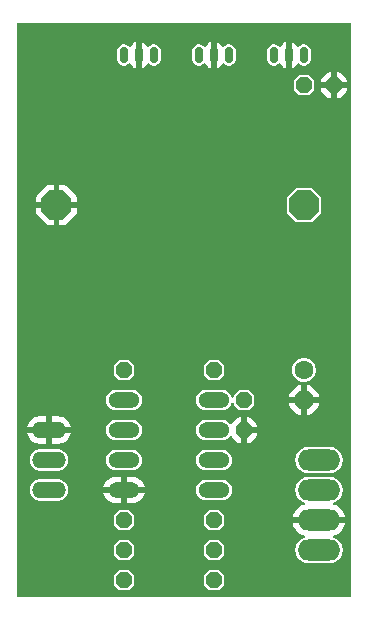
<source format=gbr>
%TF.GenerationSoftware,KiCad,Pcbnew,8.0.6*%
%TF.CreationDate,2025-06-26T12:50:08+02:00*%
%TF.ProjectId,PCF8583 1v3,50434638-3538-4332-9031-76332e6b6963,rev?*%
%TF.SameCoordinates,Original*%
%TF.FileFunction,Copper,L2,Bot*%
%TF.FilePolarity,Positive*%
%FSLAX46Y46*%
G04 Gerber Fmt 4.6, Leading zero omitted, Abs format (unit mm)*
G04 Created by KiCad (PCBNEW 8.0.6) date 2025-06-26 12:50:08*
%MOMM*%
%LPD*%
G01*
G04 APERTURE LIST*
G04 Aperture macros list*
%AMOutline5P*
0 Free polygon, 5 corners , with rotation*
0 The origin of the aperture is its center*
0 number of corners: always 5*
0 $1 to $10 corner X, Y*
0 $11 Rotation angle, in degrees counterclockwise*
0 create outline with 5 corners*
4,1,5,$1,$2,$3,$4,$5,$6,$7,$8,$9,$10,$1,$2,$11*%
%AMOutline6P*
0 Free polygon, 6 corners , with rotation*
0 The origin of the aperture is its center*
0 number of corners: always 6*
0 $1 to $12 corner X, Y*
0 $13 Rotation angle, in degrees counterclockwise*
0 create outline with 6 corners*
4,1,6,$1,$2,$3,$4,$5,$6,$7,$8,$9,$10,$11,$12,$1,$2,$13*%
%AMOutline7P*
0 Free polygon, 7 corners , with rotation*
0 The origin of the aperture is its center*
0 number of corners: always 7*
0 $1 to $14 corner X, Y*
0 $15 Rotation angle, in degrees counterclockwise*
0 create outline with 7 corners*
4,1,7,$1,$2,$3,$4,$5,$6,$7,$8,$9,$10,$11,$12,$13,$14,$1,$2,$15*%
%AMOutline8P*
0 Free polygon, 8 corners , with rotation*
0 The origin of the aperture is its center*
0 number of corners: always 8*
0 $1 to $16 corner X, Y*
0 $17 Rotation angle, in degrees counterclockwise*
0 create outline with 8 corners*
4,1,8,$1,$2,$3,$4,$5,$6,$7,$8,$9,$10,$11,$12,$13,$14,$15,$16,$1,$2,$17*%
G04 Aperture macros list end*
%TA.AperFunction,ComponentPad*%
%ADD10O,2.641600X1.320800*%
%TD*%
%TA.AperFunction,ComponentPad*%
%ADD11Outline8P,-0.660400X0.273547X-0.273547X0.660400X0.273547X0.660400X0.660400X0.273547X0.660400X-0.273547X0.273547X-0.660400X-0.273547X-0.660400X-0.660400X-0.273547X0.000000*%
%TD*%
%TA.AperFunction,ComponentPad*%
%ADD12C,1.600200*%
%TD*%
%TA.AperFunction,ComponentPad*%
%ADD13Outline8P,-0.800100X0.331412X-0.331412X0.800100X0.331412X0.800100X0.800100X0.331412X0.800100X-0.331412X0.331412X-0.800100X-0.331412X-0.800100X-0.800100X-0.331412X270.000000*%
%TD*%
%TA.AperFunction,ComponentPad*%
%ADD14Outline8P,-0.660400X0.273547X-0.273547X0.660400X0.273547X0.660400X0.660400X0.273547X0.660400X-0.273547X0.273547X-0.660400X-0.273547X-0.660400X-0.660400X-0.273547X180.000000*%
%TD*%
%TA.AperFunction,ComponentPad*%
%ADD15Outline8P,-0.660400X0.273547X-0.273547X0.660400X0.273547X0.660400X0.660400X0.273547X0.660400X-0.273547X0.273547X-0.660400X-0.273547X-0.660400X-0.660400X-0.273547X270.000000*%
%TD*%
%TA.AperFunction,ComponentPad*%
%ADD16O,0.700000X1.400000*%
%TD*%
%TA.AperFunction,ComponentPad*%
%ADD17O,2.844800X1.422400*%
%TD*%
%TA.AperFunction,ComponentPad*%
%ADD18Outline8P,-1.270000X0.526051X-0.526051X1.270000X0.526051X1.270000X1.270000X0.526051X1.270000X-0.526051X0.526051X-1.270000X-0.526051X-1.270000X-1.270000X-0.526051X0.000000*%
%TD*%
%TA.AperFunction,ComponentPad*%
%ADD19O,3.600000X1.800000*%
%TD*%
G04 APERTURE END LIST*
D10*
%TO.P,IC1,8*%
%TO.N,VDD*%
X151206100Y-112618600D03*
%TO.P,IC1,7*%
%TO.N,N/C*%
X151206100Y-115158600D03*
%TO.P,IC1,6*%
%TO.N,SCL*%
X151206100Y-117698600D03*
%TO.P,IC1,5*%
%TO.N,SDA*%
X151206100Y-120238600D03*
%TO.P,IC1,4*%
%TO.N,GND*%
X143586100Y-120238600D03*
%TO.P,IC1,3*%
%TO.N,N$2*%
X143586100Y-117698600D03*
%TO.P,IC1,2*%
%TO.N,N/C*%
X143586100Y-115158600D03*
%TO.P,IC1,1*%
%TO.N,CNT*%
X143586100Y-112618600D03*
%TD*%
D11*
%TO.P,R1,2*%
%TO.N,VDD*%
X151206100Y-110078600D03*
%TO.P,R1,1*%
%TO.N,CNT*%
X143586100Y-110078600D03*
%TD*%
D12*
%TO.P,C1,+*%
%TO.N,VDD*%
X158826100Y-110078600D03*
D13*
%TO.P,C1,-*%
%TO.N,GND*%
X158826100Y-112618600D03*
%TD*%
D14*
%TO.P,R2,2*%
%TO.N,VDD*%
X143586100Y-125318600D03*
%TO.P,R2,1*%
%TO.N,SCL*%
X151206100Y-125318600D03*
%TD*%
%TO.P,R5,2*%
%TO.N,VDD*%
X143586100Y-122778600D03*
%TO.P,R5,1*%
%TO.N,SDA*%
X151206100Y-122778600D03*
%TD*%
D15*
%TO.P,C5,2*%
%TO.N,GND*%
X153746100Y-115158600D03*
%TO.P,C5,1*%
%TO.N,VDD*%
X153746100Y-112618600D03*
%TD*%
D16*
%TO.P,IC2,3*%
%TO.N,CNT*%
X143586100Y-83408600D03*
%TO.P,IC2,2*%
%TO.N,GND*%
X144856100Y-83408600D03*
%TO.P,IC2,1*%
%TO.N,VDD*%
X146126100Y-83408600D03*
%TD*%
D17*
%TO.P,J2,3*%
%TO.N,VDD*%
X137236100Y-120238600D03*
%TO.P,J2,2*%
%TO.N,N$2*%
X137236100Y-117698600D03*
%TO.P,J2,1*%
%TO.N,GND*%
X137236100Y-115158600D03*
%TD*%
D18*
%TO.P,VDD0,1*%
%TO.N,VDD*%
X158826100Y-96108600D03*
%TD*%
%TO.P,GND0,1*%
%TO.N,GND*%
X137871100Y-96108600D03*
%TD*%
D19*
%TO.P,X2,4*%
%TO.N,N$1*%
X160096100Y-125318600D03*
%TO.P,X2,3*%
%TO.N,GND*%
X160096100Y-122778600D03*
%TO.P,X2,2*%
%TO.N,SDA*%
X160096100Y-120238600D03*
%TO.P,X2,1*%
%TO.N,SCL*%
X160096100Y-117698600D03*
%TD*%
D11*
%TO.P,R3,2*%
%TO.N,N$1*%
X151206100Y-127858600D03*
%TO.P,R3,1*%
%TO.N,VDD*%
X143586100Y-127858600D03*
%TD*%
D16*
%TO.P,IC3,3*%
%TO.N,CNT*%
X149936100Y-83408600D03*
%TO.P,IC3,2*%
%TO.N,GND*%
X151206100Y-83408600D03*
%TO.P,IC3,1*%
%TO.N,VDD*%
X152476100Y-83408600D03*
%TD*%
%TO.P,IC4,3*%
%TO.N,CNT*%
X156286100Y-83408600D03*
%TO.P,IC4,2*%
%TO.N,GND*%
X157556100Y-83408600D03*
%TO.P,IC4,1*%
%TO.N,VDD*%
X158826100Y-83408600D03*
%TD*%
D11*
%TO.P,C2,2*%
%TO.N,GND*%
X161366100Y-85948600D03*
%TO.P,C2,1*%
%TO.N,VDD*%
X158826100Y-85948600D03*
%TD*%
%TA.AperFunction,Conductor*%
%TO.N,GND*%
G36*
X162797831Y-80684613D02*
G01*
X162834376Y-80734913D01*
X162839300Y-80766000D01*
X162839300Y-129231200D01*
X162820087Y-129290331D01*
X162769787Y-129326876D01*
X162738700Y-129331800D01*
X134593500Y-129331800D01*
X134534369Y-129312587D01*
X134497824Y-129262287D01*
X134492900Y-129231200D01*
X134492900Y-127564988D01*
X142721999Y-127564988D01*
X142721999Y-128152215D01*
X142733817Y-128211625D01*
X142733817Y-128211626D01*
X142733818Y-128211627D01*
X142767475Y-128261998D01*
X143182704Y-128677226D01*
X143233073Y-128710882D01*
X143292488Y-128722700D01*
X143879712Y-128722701D01*
X143939127Y-128710882D01*
X143989498Y-128677225D01*
X144404726Y-128261996D01*
X144438382Y-128211627D01*
X144450200Y-128152212D01*
X144450201Y-127564988D01*
X150341999Y-127564988D01*
X150341999Y-128152215D01*
X150353817Y-128211625D01*
X150353817Y-128211626D01*
X150353818Y-128211627D01*
X150387475Y-128261998D01*
X150802704Y-128677226D01*
X150853073Y-128710882D01*
X150912488Y-128722700D01*
X151499712Y-128722701D01*
X151559127Y-128710882D01*
X151609498Y-128677225D01*
X152024726Y-128261996D01*
X152058382Y-128211627D01*
X152070200Y-128152212D01*
X152070201Y-127564988D01*
X152058382Y-127505573D01*
X152024725Y-127455202D01*
X151609496Y-127039974D01*
X151609494Y-127039972D01*
X151576068Y-127017637D01*
X151559127Y-127006318D01*
X151559126Y-127006317D01*
X151559125Y-127006317D01*
X151499709Y-126994499D01*
X150912484Y-126994499D01*
X150853074Y-127006317D01*
X150802705Y-127039972D01*
X150387474Y-127455204D01*
X150387472Y-127455205D01*
X150353817Y-127505574D01*
X150341999Y-127564988D01*
X144450201Y-127564988D01*
X144438382Y-127505573D01*
X144404725Y-127455202D01*
X143989496Y-127039974D01*
X143989494Y-127039972D01*
X143956068Y-127017637D01*
X143939127Y-127006318D01*
X143939126Y-127006317D01*
X143939125Y-127006317D01*
X143879709Y-126994499D01*
X143292484Y-126994499D01*
X143233074Y-127006317D01*
X143182705Y-127039972D01*
X142767474Y-127455204D01*
X142767472Y-127455205D01*
X142733817Y-127505574D01*
X142721999Y-127564988D01*
X134492900Y-127564988D01*
X134492900Y-125024988D01*
X142721999Y-125024988D01*
X142721999Y-125612215D01*
X142733817Y-125671625D01*
X142733817Y-125671626D01*
X142733818Y-125671627D01*
X142767475Y-125721998D01*
X143182704Y-126137226D01*
X143233073Y-126170882D01*
X143292488Y-126182700D01*
X143879712Y-126182701D01*
X143939127Y-126170882D01*
X143989498Y-126137225D01*
X144404726Y-125721996D01*
X144438382Y-125671627D01*
X144450200Y-125612212D01*
X144450201Y-125024988D01*
X150341999Y-125024988D01*
X150341999Y-125612215D01*
X150353817Y-125671625D01*
X150353817Y-125671626D01*
X150353818Y-125671627D01*
X150387475Y-125721998D01*
X150802704Y-126137226D01*
X150853073Y-126170882D01*
X150912488Y-126182700D01*
X151499712Y-126182701D01*
X151559127Y-126170882D01*
X151609498Y-126137225D01*
X152024726Y-125721996D01*
X152058382Y-125671627D01*
X152070200Y-125612212D01*
X152070201Y-125024988D01*
X152058382Y-124965573D01*
X152024725Y-124915202D01*
X151609496Y-124499974D01*
X151609494Y-124499972D01*
X151574729Y-124476743D01*
X151559127Y-124466318D01*
X151559126Y-124466317D01*
X151559125Y-124466317D01*
X151499709Y-124454499D01*
X150912484Y-124454499D01*
X150853074Y-124466317D01*
X150802705Y-124499972D01*
X150387474Y-124915204D01*
X150387472Y-124915205D01*
X150353817Y-124965574D01*
X150341999Y-125024988D01*
X144450201Y-125024988D01*
X144438382Y-124965573D01*
X144404725Y-124915202D01*
X143989496Y-124499974D01*
X143989494Y-124499972D01*
X143954729Y-124476743D01*
X143939127Y-124466318D01*
X143939126Y-124466317D01*
X143939125Y-124466317D01*
X143879709Y-124454499D01*
X143292484Y-124454499D01*
X143233074Y-124466317D01*
X143182705Y-124499972D01*
X142767474Y-124915204D01*
X142767472Y-124915205D01*
X142733817Y-124965574D01*
X142721999Y-125024988D01*
X134492900Y-125024988D01*
X134492900Y-122484988D01*
X142721999Y-122484988D01*
X142721999Y-123072215D01*
X142733817Y-123131625D01*
X142733817Y-123131626D01*
X142733818Y-123131627D01*
X142767475Y-123181998D01*
X143182704Y-123597226D01*
X143233073Y-123630882D01*
X143292488Y-123642700D01*
X143879712Y-123642701D01*
X143939127Y-123630882D01*
X143989498Y-123597225D01*
X144404726Y-123181996D01*
X144438382Y-123131627D01*
X144450200Y-123072212D01*
X144450201Y-122484988D01*
X150341999Y-122484988D01*
X150341999Y-123072215D01*
X150353817Y-123131625D01*
X150353817Y-123131626D01*
X150353818Y-123131627D01*
X150387475Y-123181998D01*
X150802704Y-123597226D01*
X150853073Y-123630882D01*
X150912488Y-123642700D01*
X151499712Y-123642701D01*
X151559127Y-123630882D01*
X151609498Y-123597225D01*
X152024726Y-123181996D01*
X152058382Y-123131627D01*
X152070200Y-123072212D01*
X152070201Y-122550400D01*
X157858937Y-122550400D01*
X159536080Y-122550400D01*
X159496100Y-122699609D01*
X159496100Y-122857591D01*
X159536080Y-123006800D01*
X157858937Y-123006800D01*
X157873100Y-123096230D01*
X157873101Y-123096233D01*
X157939074Y-123299277D01*
X158035998Y-123489499D01*
X158036005Y-123489510D01*
X158161494Y-123662233D01*
X158312466Y-123813205D01*
X158485189Y-123938694D01*
X158485200Y-123938701D01*
X158675422Y-124035625D01*
X158829770Y-124085776D01*
X158880070Y-124122321D01*
X158899283Y-124181452D01*
X158880070Y-124240583D01*
X158829771Y-124277128D01*
X158772424Y-124295761D01*
X158617634Y-124374631D01*
X158477089Y-124476743D01*
X158354243Y-124599589D01*
X158252131Y-124740134D01*
X158173260Y-124894925D01*
X158119579Y-125060140D01*
X158119576Y-125060154D01*
X158092400Y-125231732D01*
X158092400Y-125405467D01*
X158119576Y-125577045D01*
X158119579Y-125577059D01*
X158173260Y-125742274D01*
X158252131Y-125897065D01*
X158354243Y-126037610D01*
X158477089Y-126160456D01*
X158617634Y-126262568D01*
X158617633Y-126262568D01*
X158772425Y-126341439D01*
X158937640Y-126395120D01*
X158937642Y-126395120D01*
X158937650Y-126395123D01*
X159109232Y-126422299D01*
X159109234Y-126422300D01*
X159109237Y-126422300D01*
X161082966Y-126422300D01*
X161082966Y-126422299D01*
X161254550Y-126395123D01*
X161419774Y-126341439D01*
X161574565Y-126262569D01*
X161715112Y-126160455D01*
X161837955Y-126037612D01*
X161940069Y-125897065D01*
X162018939Y-125742274D01*
X162072623Y-125577050D01*
X162099800Y-125405463D01*
X162099800Y-125231737D01*
X162099800Y-125231733D01*
X162099799Y-125231732D01*
X162072623Y-125060150D01*
X162072620Y-125060140D01*
X162018939Y-124894925D01*
X161940068Y-124740134D01*
X161837956Y-124599589D01*
X161715110Y-124476743D01*
X161574565Y-124374631D01*
X161574566Y-124374631D01*
X161419774Y-124295760D01*
X161362429Y-124277128D01*
X161312129Y-124240583D01*
X161292916Y-124181452D01*
X161312129Y-124122321D01*
X161362429Y-124085776D01*
X161516777Y-124035625D01*
X161706999Y-123938701D01*
X161707010Y-123938694D01*
X161879733Y-123813205D01*
X162030705Y-123662233D01*
X162156194Y-123489510D01*
X162156201Y-123489499D01*
X162253125Y-123299277D01*
X162319098Y-123096233D01*
X162319099Y-123096230D01*
X162333263Y-123006800D01*
X160656120Y-123006800D01*
X160696100Y-122857591D01*
X160696100Y-122699609D01*
X160656120Y-122550400D01*
X162333263Y-122550400D01*
X162319099Y-122460969D01*
X162319098Y-122460966D01*
X162253125Y-122257922D01*
X162156201Y-122067700D01*
X162156194Y-122067689D01*
X162030705Y-121894966D01*
X161879733Y-121743994D01*
X161707010Y-121618505D01*
X161706999Y-121618498D01*
X161516778Y-121521575D01*
X161362428Y-121471423D01*
X161312129Y-121434878D01*
X161292916Y-121375746D01*
X161312129Y-121316615D01*
X161362428Y-121280071D01*
X161419774Y-121261439D01*
X161574565Y-121182569D01*
X161715112Y-121080455D01*
X161837955Y-120957612D01*
X161940069Y-120817065D01*
X162018939Y-120662274D01*
X162072623Y-120497050D01*
X162099800Y-120325463D01*
X162099800Y-120151737D01*
X162099800Y-120151733D01*
X162099799Y-120151732D01*
X162099286Y-120148490D01*
X162072623Y-119980150D01*
X162018939Y-119814926D01*
X162018939Y-119814925D01*
X161954149Y-119687769D01*
X161940069Y-119660135D01*
X161872700Y-119567410D01*
X161837956Y-119519589D01*
X161715110Y-119396743D01*
X161574565Y-119294631D01*
X161574566Y-119294631D01*
X161419774Y-119215760D01*
X161254559Y-119162079D01*
X161254545Y-119162076D01*
X161082967Y-119134900D01*
X161082963Y-119134900D01*
X159109237Y-119134900D01*
X159109233Y-119134900D01*
X158937654Y-119162076D01*
X158937640Y-119162079D01*
X158772425Y-119215760D01*
X158617634Y-119294631D01*
X158477089Y-119396743D01*
X158354243Y-119519589D01*
X158252131Y-119660134D01*
X158173260Y-119814925D01*
X158119579Y-119980140D01*
X158119576Y-119980154D01*
X158092400Y-120151732D01*
X158092400Y-120325467D01*
X158119576Y-120497045D01*
X158119579Y-120497059D01*
X158173260Y-120662274D01*
X158252131Y-120817065D01*
X158354243Y-120957610D01*
X158477089Y-121080456D01*
X158617634Y-121182568D01*
X158617633Y-121182568D01*
X158772421Y-121261437D01*
X158772423Y-121261437D01*
X158772426Y-121261439D01*
X158829770Y-121280071D01*
X158880070Y-121316615D01*
X158899283Y-121375746D01*
X158880071Y-121434878D01*
X158829771Y-121471423D01*
X158675421Y-121521575D01*
X158485200Y-121618498D01*
X158485189Y-121618505D01*
X158312466Y-121743994D01*
X158161494Y-121894966D01*
X158036005Y-122067689D01*
X158035998Y-122067700D01*
X157939074Y-122257922D01*
X157873101Y-122460966D01*
X157873100Y-122460969D01*
X157858937Y-122550400D01*
X152070201Y-122550400D01*
X152070201Y-122484988D01*
X152058382Y-122425573D01*
X152024725Y-122375202D01*
X151609496Y-121959974D01*
X151609494Y-121959972D01*
X151576068Y-121937637D01*
X151559127Y-121926318D01*
X151559126Y-121926317D01*
X151559125Y-121926317D01*
X151499709Y-121914499D01*
X150912484Y-121914499D01*
X150853074Y-121926317D01*
X150802705Y-121959972D01*
X150387474Y-122375204D01*
X150387472Y-122375205D01*
X150353817Y-122425574D01*
X150341999Y-122484988D01*
X144450201Y-122484988D01*
X144438382Y-122425573D01*
X144404725Y-122375202D01*
X143989496Y-121959974D01*
X143989494Y-121959972D01*
X143956068Y-121937637D01*
X143939127Y-121926318D01*
X143939126Y-121926317D01*
X143939125Y-121926317D01*
X143879709Y-121914499D01*
X143292484Y-121914499D01*
X143233074Y-121926317D01*
X143182705Y-121959972D01*
X142767474Y-122375204D01*
X142767472Y-122375205D01*
X142733817Y-122425574D01*
X142721999Y-122484988D01*
X134492900Y-122484988D01*
X134492900Y-120148490D01*
X135610000Y-120148490D01*
X135610000Y-120328709D01*
X135645159Y-120505469D01*
X135714124Y-120671964D01*
X135714126Y-120671968D01*
X135764527Y-120747398D01*
X135814249Y-120821813D01*
X135814251Y-120821815D01*
X135941685Y-120949249D01*
X136091532Y-121049374D01*
X136140101Y-121069492D01*
X136258030Y-121118340D01*
X136258031Y-121118340D01*
X136258033Y-121118341D01*
X136434790Y-121153500D01*
X136434791Y-121153500D01*
X138037409Y-121153500D01*
X138037410Y-121153500D01*
X138214167Y-121118341D01*
X138380668Y-121049374D01*
X138530515Y-120949249D01*
X138657949Y-120821815D01*
X138758074Y-120671968D01*
X138827041Y-120505467D01*
X138862200Y-120328710D01*
X138862200Y-120148490D01*
X138834732Y-120010400D01*
X141831124Y-120010400D01*
X143248581Y-120010400D01*
X143207395Y-120081735D01*
X143179700Y-120185096D01*
X143179700Y-120292104D01*
X143207395Y-120395465D01*
X143248581Y-120466800D01*
X141831124Y-120466800D01*
X141836401Y-120500124D01*
X141836402Y-120500127D01*
X141890720Y-120667301D01*
X141890721Y-120667303D01*
X141970524Y-120823927D01*
X141970527Y-120823931D01*
X142073851Y-120966144D01*
X142198155Y-121090448D01*
X142340368Y-121193772D01*
X142340372Y-121193775D01*
X142496996Y-121273578D01*
X142496998Y-121273579D01*
X142664172Y-121327897D01*
X142664186Y-121327900D01*
X142837801Y-121355399D01*
X142837803Y-121355400D01*
X143357900Y-121355400D01*
X143357900Y-120576119D01*
X143429235Y-120617305D01*
X143532596Y-120645000D01*
X143639604Y-120645000D01*
X143742965Y-120617305D01*
X143814300Y-120576119D01*
X143814300Y-121355400D01*
X144334397Y-121355400D01*
X144334398Y-121355399D01*
X144508013Y-121327900D01*
X144508027Y-121327897D01*
X144675201Y-121273579D01*
X144675203Y-121273578D01*
X144831827Y-121193775D01*
X144831831Y-121193772D01*
X144974044Y-121090448D01*
X145098348Y-120966144D01*
X145201672Y-120823931D01*
X145201675Y-120823927D01*
X145281478Y-120667303D01*
X145281479Y-120667301D01*
X145335797Y-120500127D01*
X145335798Y-120500124D01*
X145341076Y-120466800D01*
X143923619Y-120466800D01*
X143964805Y-120395465D01*
X143992500Y-120292104D01*
X143992500Y-120185096D01*
X143984032Y-120153494D01*
X149681600Y-120153494D01*
X149681600Y-120323706D01*
X149692669Y-120379353D01*
X149714807Y-120490651D01*
X149779943Y-120647900D01*
X149779947Y-120647909D01*
X149874508Y-120789430D01*
X149994869Y-120909791D01*
X150136390Y-121004352D01*
X150136391Y-121004352D01*
X150136395Y-121004355D01*
X150245080Y-121049374D01*
X150293648Y-121069492D01*
X150293649Y-121069492D01*
X150293651Y-121069493D01*
X150460594Y-121102700D01*
X150460595Y-121102700D01*
X151951605Y-121102700D01*
X151951606Y-121102700D01*
X152118549Y-121069493D01*
X152275805Y-121004355D01*
X152417332Y-120909790D01*
X152537690Y-120789432D01*
X152632255Y-120647905D01*
X152697393Y-120490649D01*
X152730600Y-120323706D01*
X152730600Y-120153494D01*
X152697393Y-119986551D01*
X152694737Y-119980140D01*
X152633458Y-119832200D01*
X152632255Y-119829295D01*
X152622653Y-119814925D01*
X152537691Y-119687769D01*
X152417330Y-119567408D01*
X152275809Y-119472847D01*
X152275800Y-119472843D01*
X152118551Y-119407707D01*
X152007253Y-119385569D01*
X151951606Y-119374500D01*
X150460594Y-119374500D01*
X150418858Y-119382801D01*
X150293648Y-119407707D01*
X150136399Y-119472843D01*
X150136390Y-119472847D01*
X149994869Y-119567408D01*
X149994868Y-119567410D01*
X149874510Y-119687768D01*
X149874508Y-119687769D01*
X149779947Y-119829290D01*
X149779943Y-119829299D01*
X149714807Y-119986548D01*
X149682595Y-120148490D01*
X149681600Y-120153494D01*
X143984032Y-120153494D01*
X143964805Y-120081735D01*
X143923619Y-120010400D01*
X145341076Y-120010400D01*
X145335798Y-119977075D01*
X145335797Y-119977072D01*
X145281479Y-119809898D01*
X145281478Y-119809896D01*
X145201675Y-119653272D01*
X145201672Y-119653268D01*
X145098348Y-119511055D01*
X144974044Y-119386751D01*
X144831831Y-119283427D01*
X144831827Y-119283424D01*
X144675203Y-119203621D01*
X144675201Y-119203620D01*
X144508027Y-119149302D01*
X144508013Y-119149299D01*
X144334398Y-119121800D01*
X143814300Y-119121800D01*
X143814300Y-119901080D01*
X143742965Y-119859895D01*
X143639604Y-119832200D01*
X143532596Y-119832200D01*
X143429235Y-119859895D01*
X143357900Y-119901080D01*
X143357900Y-119121800D01*
X142837802Y-119121800D01*
X142664186Y-119149299D01*
X142664172Y-119149302D01*
X142496998Y-119203620D01*
X142496996Y-119203621D01*
X142340372Y-119283424D01*
X142340368Y-119283427D01*
X142198155Y-119386751D01*
X142073851Y-119511055D01*
X141970527Y-119653268D01*
X141970524Y-119653272D01*
X141890721Y-119809896D01*
X141890720Y-119809898D01*
X141836402Y-119977072D01*
X141836401Y-119977075D01*
X141831124Y-120010400D01*
X138834732Y-120010400D01*
X138827041Y-119971733D01*
X138758074Y-119805232D01*
X138657949Y-119655385D01*
X138530515Y-119527951D01*
X138530513Y-119527949D01*
X138448040Y-119472843D01*
X138380668Y-119427826D01*
X138380665Y-119427824D01*
X138380664Y-119427824D01*
X138214169Y-119358859D01*
X138096329Y-119335419D01*
X138037410Y-119323700D01*
X136434790Y-119323700D01*
X136390600Y-119332489D01*
X136258030Y-119358859D01*
X136091535Y-119427824D01*
X135941686Y-119527949D01*
X135941685Y-119527951D01*
X135814251Y-119655385D01*
X135814249Y-119655386D01*
X135714124Y-119805235D01*
X135645159Y-119971730D01*
X135610000Y-120148490D01*
X134492900Y-120148490D01*
X134492900Y-117608490D01*
X135610000Y-117608490D01*
X135610000Y-117788709D01*
X135645159Y-117965469D01*
X135714124Y-118131964D01*
X135714126Y-118131968D01*
X135764527Y-118207398D01*
X135814249Y-118281813D01*
X135814251Y-118281815D01*
X135941685Y-118409249D01*
X136091532Y-118509374D01*
X136140101Y-118529492D01*
X136258030Y-118578340D01*
X136258031Y-118578340D01*
X136258033Y-118578341D01*
X136434790Y-118613500D01*
X136434791Y-118613500D01*
X138037409Y-118613500D01*
X138037410Y-118613500D01*
X138214167Y-118578341D01*
X138380668Y-118509374D01*
X138530515Y-118409249D01*
X138657949Y-118281815D01*
X138758074Y-118131968D01*
X138827041Y-117965467D01*
X138862200Y-117788710D01*
X138862200Y-117613494D01*
X142061600Y-117613494D01*
X142061600Y-117783706D01*
X142072669Y-117839353D01*
X142094807Y-117950651D01*
X142159943Y-118107900D01*
X142159947Y-118107909D01*
X142254508Y-118249430D01*
X142374869Y-118369791D01*
X142516390Y-118464352D01*
X142516391Y-118464352D01*
X142516395Y-118464355D01*
X142625080Y-118509374D01*
X142673648Y-118529492D01*
X142673649Y-118529492D01*
X142673651Y-118529493D01*
X142840594Y-118562700D01*
X142840595Y-118562700D01*
X144331605Y-118562700D01*
X144331606Y-118562700D01*
X144498549Y-118529493D01*
X144655805Y-118464355D01*
X144797332Y-118369790D01*
X144917690Y-118249432D01*
X145012255Y-118107905D01*
X145077393Y-117950649D01*
X145110600Y-117783706D01*
X145110600Y-117613494D01*
X149681600Y-117613494D01*
X149681600Y-117783706D01*
X149692669Y-117839353D01*
X149714807Y-117950651D01*
X149779943Y-118107900D01*
X149779947Y-118107909D01*
X149874508Y-118249430D01*
X149994869Y-118369791D01*
X150136390Y-118464352D01*
X150136391Y-118464352D01*
X150136395Y-118464355D01*
X150245080Y-118509374D01*
X150293648Y-118529492D01*
X150293649Y-118529492D01*
X150293651Y-118529493D01*
X150460594Y-118562700D01*
X150460595Y-118562700D01*
X151951605Y-118562700D01*
X151951606Y-118562700D01*
X152118549Y-118529493D01*
X152275805Y-118464355D01*
X152417332Y-118369790D01*
X152537690Y-118249432D01*
X152632255Y-118107905D01*
X152697393Y-117950649D01*
X152730600Y-117783706D01*
X152730600Y-117613494D01*
X152730250Y-117611732D01*
X158092400Y-117611732D01*
X158092400Y-117785467D01*
X158119576Y-117957045D01*
X158119579Y-117957059D01*
X158173260Y-118122274D01*
X158252131Y-118277065D01*
X158354243Y-118417610D01*
X158477089Y-118540456D01*
X158617634Y-118642568D01*
X158617633Y-118642568D01*
X158772425Y-118721439D01*
X158937640Y-118775120D01*
X158937642Y-118775120D01*
X158937650Y-118775123D01*
X159109232Y-118802299D01*
X159109234Y-118802300D01*
X159109237Y-118802300D01*
X161082966Y-118802300D01*
X161082966Y-118802299D01*
X161254550Y-118775123D01*
X161419774Y-118721439D01*
X161574565Y-118642569D01*
X161715112Y-118540455D01*
X161837955Y-118417612D01*
X161940069Y-118277065D01*
X162018939Y-118122274D01*
X162072623Y-117957050D01*
X162099800Y-117785463D01*
X162099800Y-117611737D01*
X162099800Y-117611733D01*
X162099799Y-117611732D01*
X162099286Y-117608490D01*
X162072623Y-117440150D01*
X162018939Y-117274926D01*
X162018939Y-117274925D01*
X161954149Y-117147769D01*
X161940069Y-117120135D01*
X161872700Y-117027410D01*
X161837956Y-116979589D01*
X161715110Y-116856743D01*
X161574565Y-116754631D01*
X161574566Y-116754631D01*
X161419774Y-116675760D01*
X161254559Y-116622079D01*
X161254545Y-116622076D01*
X161082967Y-116594900D01*
X161082963Y-116594900D01*
X159109237Y-116594900D01*
X159109233Y-116594900D01*
X158937654Y-116622076D01*
X158937640Y-116622079D01*
X158772425Y-116675760D01*
X158617634Y-116754631D01*
X158477089Y-116856743D01*
X158354243Y-116979589D01*
X158252131Y-117120134D01*
X158173260Y-117274925D01*
X158119579Y-117440140D01*
X158119576Y-117440154D01*
X158092400Y-117611732D01*
X152730250Y-117611732D01*
X152697393Y-117446551D01*
X152694737Y-117440140D01*
X152679821Y-117404129D01*
X152632255Y-117289295D01*
X152622653Y-117274925D01*
X152537691Y-117147769D01*
X152417330Y-117027408D01*
X152275809Y-116932847D01*
X152275800Y-116932843D01*
X152118551Y-116867707D01*
X152007253Y-116845569D01*
X151951606Y-116834500D01*
X150460594Y-116834500D01*
X150418858Y-116842801D01*
X150293648Y-116867707D01*
X150136399Y-116932843D01*
X150136390Y-116932847D01*
X149994869Y-117027408D01*
X149994868Y-117027410D01*
X149874510Y-117147768D01*
X149874508Y-117147769D01*
X149779947Y-117289290D01*
X149779943Y-117289299D01*
X149714807Y-117446548D01*
X149682595Y-117608490D01*
X149681600Y-117613494D01*
X145110600Y-117613494D01*
X145077393Y-117446551D01*
X145074737Y-117440140D01*
X145059821Y-117404129D01*
X145012255Y-117289295D01*
X145002653Y-117274925D01*
X144917691Y-117147769D01*
X144797330Y-117027408D01*
X144655809Y-116932847D01*
X144655800Y-116932843D01*
X144498551Y-116867707D01*
X144387253Y-116845569D01*
X144331606Y-116834500D01*
X142840594Y-116834500D01*
X142798858Y-116842801D01*
X142673648Y-116867707D01*
X142516399Y-116932843D01*
X142516390Y-116932847D01*
X142374869Y-117027408D01*
X142374868Y-117027410D01*
X142254510Y-117147768D01*
X142254508Y-117147769D01*
X142159947Y-117289290D01*
X142159943Y-117289299D01*
X142094807Y-117446548D01*
X142062595Y-117608490D01*
X142061600Y-117613494D01*
X138862200Y-117613494D01*
X138862200Y-117608490D01*
X138827041Y-117431733D01*
X138758074Y-117265232D01*
X138657949Y-117115385D01*
X138530515Y-116987951D01*
X138530513Y-116987949D01*
X138448040Y-116932843D01*
X138380668Y-116887826D01*
X138380665Y-116887824D01*
X138380664Y-116887824D01*
X138214169Y-116818859D01*
X138096329Y-116795419D01*
X138037410Y-116783700D01*
X136434790Y-116783700D01*
X136390600Y-116792489D01*
X136258030Y-116818859D01*
X136091535Y-116887824D01*
X135941686Y-116987949D01*
X135941685Y-116987951D01*
X135814251Y-117115385D01*
X135814249Y-117115386D01*
X135714124Y-117265235D01*
X135645159Y-117431730D01*
X135610000Y-117608490D01*
X134492900Y-117608490D01*
X134492900Y-114930400D01*
X135378891Y-114930400D01*
X136839923Y-114930400D01*
X136810058Y-114982127D01*
X136778900Y-115098408D01*
X136778900Y-115218792D01*
X136810058Y-115335073D01*
X136839923Y-115386800D01*
X135378891Y-115386800D01*
X135386052Y-115432020D01*
X135386053Y-115432023D01*
X135442843Y-115606805D01*
X135442844Y-115606807D01*
X135526276Y-115770552D01*
X135526279Y-115770556D01*
X135634303Y-115919238D01*
X135764261Y-116049196D01*
X135912943Y-116157220D01*
X135912947Y-116157223D01*
X136076692Y-116240655D01*
X136076694Y-116240656D01*
X136251476Y-116297446D01*
X136251490Y-116297449D01*
X136433003Y-116326199D01*
X136433005Y-116326200D01*
X137007900Y-116326200D01*
X137007900Y-115554777D01*
X137059627Y-115584642D01*
X137175908Y-115615800D01*
X137296292Y-115615800D01*
X137412573Y-115584642D01*
X137464300Y-115554777D01*
X137464300Y-116326200D01*
X138039195Y-116326200D01*
X138039196Y-116326199D01*
X138220709Y-116297449D01*
X138220723Y-116297446D01*
X138395505Y-116240656D01*
X138395507Y-116240655D01*
X138559252Y-116157223D01*
X138559256Y-116157220D01*
X138707938Y-116049196D01*
X138837896Y-115919238D01*
X138945920Y-115770556D01*
X138945923Y-115770552D01*
X139029355Y-115606807D01*
X139029356Y-115606805D01*
X139086146Y-115432023D01*
X139086147Y-115432020D01*
X139093309Y-115386800D01*
X137632277Y-115386800D01*
X137662142Y-115335073D01*
X137693300Y-115218792D01*
X137693300Y-115098408D01*
X137686624Y-115073494D01*
X142061600Y-115073494D01*
X142061600Y-115243705D01*
X142094807Y-115410651D01*
X142159943Y-115567900D01*
X142159947Y-115567909D01*
X142254508Y-115709430D01*
X142374869Y-115829791D01*
X142516390Y-115924352D01*
X142516391Y-115924352D01*
X142516395Y-115924355D01*
X142631229Y-115971921D01*
X142673648Y-115989492D01*
X142673649Y-115989492D01*
X142673651Y-115989493D01*
X142840594Y-116022700D01*
X142840595Y-116022700D01*
X144331605Y-116022700D01*
X144331606Y-116022700D01*
X144498549Y-115989493D01*
X144655805Y-115924355D01*
X144797332Y-115829790D01*
X144917690Y-115709432D01*
X145012255Y-115567905D01*
X145077393Y-115410649D01*
X145110600Y-115243706D01*
X145110600Y-115073494D01*
X149681600Y-115073494D01*
X149681600Y-115243705D01*
X149714807Y-115410651D01*
X149779943Y-115567900D01*
X149779947Y-115567909D01*
X149874508Y-115709430D01*
X149994869Y-115829791D01*
X150136390Y-115924352D01*
X150136391Y-115924352D01*
X150136395Y-115924355D01*
X150251229Y-115971921D01*
X150293648Y-115989492D01*
X150293649Y-115989492D01*
X150293651Y-115989493D01*
X150460594Y-116022700D01*
X150460595Y-116022700D01*
X151951605Y-116022700D01*
X151951606Y-116022700D01*
X152118549Y-115989493D01*
X152275805Y-115924355D01*
X152417332Y-115829790D01*
X152537690Y-115709432D01*
X152544872Y-115698681D01*
X152593693Y-115660190D01*
X152655819Y-115657745D01*
X152707518Y-115692284D01*
X152707754Y-115692585D01*
X152733134Y-115725028D01*
X152733141Y-115725036D01*
X153179675Y-116171568D01*
X153179682Y-116171574D01*
X153234343Y-116214334D01*
X153361450Y-116266983D01*
X153430346Y-116275399D01*
X153430351Y-116275400D01*
X153517900Y-116275400D01*
X153517900Y-115496119D01*
X153589235Y-115537305D01*
X153692596Y-115565000D01*
X153799604Y-115565000D01*
X153902965Y-115537305D01*
X153974300Y-115496119D01*
X153974300Y-116275400D01*
X154061847Y-116275400D01*
X154130752Y-116266982D01*
X154130754Y-116266982D01*
X154257857Y-116214334D01*
X154312528Y-116171565D01*
X154312536Y-116171558D01*
X154759068Y-115725024D01*
X154759074Y-115725017D01*
X154801834Y-115670356D01*
X154854483Y-115543249D01*
X154862899Y-115474353D01*
X154862900Y-115474348D01*
X154862900Y-115386800D01*
X154083619Y-115386800D01*
X154124805Y-115315465D01*
X154152500Y-115212104D01*
X154152500Y-115105096D01*
X154124805Y-115001735D01*
X154083619Y-114930400D01*
X154862901Y-114930400D01*
X154862901Y-114842860D01*
X154862900Y-114842857D01*
X154854482Y-114773947D01*
X154854482Y-114773945D01*
X154801834Y-114646842D01*
X154759065Y-114592171D01*
X154759058Y-114592163D01*
X154312524Y-114145631D01*
X154312517Y-114145625D01*
X154257856Y-114102865D01*
X154130749Y-114050216D01*
X154061854Y-114041800D01*
X154061849Y-114041799D01*
X153974300Y-114041799D01*
X153974300Y-114821080D01*
X153902965Y-114779895D01*
X153799604Y-114752200D01*
X153692596Y-114752200D01*
X153589235Y-114779895D01*
X153517900Y-114821080D01*
X153517900Y-114041799D01*
X153430357Y-114041799D01*
X153361447Y-114050217D01*
X153361445Y-114050217D01*
X153234342Y-114102865D01*
X153179671Y-114145634D01*
X153179663Y-114145641D01*
X152733131Y-114592175D01*
X152733123Y-114592184D01*
X152707754Y-114624614D01*
X152656187Y-114659349D01*
X152594053Y-114657140D01*
X152545083Y-114618832D01*
X152545009Y-114618722D01*
X152537690Y-114607768D01*
X152417332Y-114487410D01*
X152417330Y-114487408D01*
X152275809Y-114392847D01*
X152275800Y-114392843D01*
X152118551Y-114327707D01*
X152007253Y-114305569D01*
X151951606Y-114294500D01*
X150460594Y-114294500D01*
X150418858Y-114302801D01*
X150293648Y-114327707D01*
X150136399Y-114392843D01*
X150136390Y-114392847D01*
X149994869Y-114487408D01*
X149994868Y-114487410D01*
X149874510Y-114607768D01*
X149874508Y-114607769D01*
X149779947Y-114749290D01*
X149779943Y-114749299D01*
X149714807Y-114906548D01*
X149681600Y-115073494D01*
X145110600Y-115073494D01*
X145077393Y-114906551D01*
X145012255Y-114749295D01*
X144986262Y-114710394D01*
X144917691Y-114607769D01*
X144797330Y-114487408D01*
X144655809Y-114392847D01*
X144655800Y-114392843D01*
X144498551Y-114327707D01*
X144387253Y-114305569D01*
X144331606Y-114294500D01*
X142840594Y-114294500D01*
X142798858Y-114302801D01*
X142673648Y-114327707D01*
X142516399Y-114392843D01*
X142516390Y-114392847D01*
X142374869Y-114487408D01*
X142374868Y-114487410D01*
X142254510Y-114607768D01*
X142254508Y-114607769D01*
X142159947Y-114749290D01*
X142159943Y-114749299D01*
X142094807Y-114906548D01*
X142061600Y-115073494D01*
X137686624Y-115073494D01*
X137662142Y-114982127D01*
X137632277Y-114930400D01*
X139093309Y-114930400D01*
X139086147Y-114885179D01*
X139086146Y-114885176D01*
X139029356Y-114710394D01*
X139029355Y-114710392D01*
X138945923Y-114546647D01*
X138945920Y-114546643D01*
X138837896Y-114397961D01*
X138707938Y-114268003D01*
X138559256Y-114159979D01*
X138559252Y-114159976D01*
X138395507Y-114076544D01*
X138395505Y-114076543D01*
X138220723Y-114019753D01*
X138220709Y-114019750D01*
X138039196Y-113991000D01*
X137464300Y-113991000D01*
X137464300Y-114762422D01*
X137412573Y-114732558D01*
X137296292Y-114701400D01*
X137175908Y-114701400D01*
X137059627Y-114732558D01*
X137007900Y-114762422D01*
X137007900Y-113991000D01*
X136433004Y-113991000D01*
X136251490Y-114019750D01*
X136251476Y-114019753D01*
X136076694Y-114076543D01*
X136076692Y-114076544D01*
X135912947Y-114159976D01*
X135912943Y-114159979D01*
X135764261Y-114268003D01*
X135634303Y-114397961D01*
X135526279Y-114546643D01*
X135526276Y-114546647D01*
X135442844Y-114710392D01*
X135442843Y-114710394D01*
X135386053Y-114885176D01*
X135386052Y-114885179D01*
X135378891Y-114930400D01*
X134492900Y-114930400D01*
X134492900Y-112533494D01*
X142061600Y-112533494D01*
X142061600Y-112703705D01*
X142094807Y-112870651D01*
X142159943Y-113027900D01*
X142159947Y-113027909D01*
X142254508Y-113169430D01*
X142374869Y-113289791D01*
X142516390Y-113384352D01*
X142516391Y-113384352D01*
X142516395Y-113384355D01*
X142631229Y-113431921D01*
X142673648Y-113449492D01*
X142673649Y-113449492D01*
X142673651Y-113449493D01*
X142840594Y-113482700D01*
X142840595Y-113482700D01*
X144331605Y-113482700D01*
X144331606Y-113482700D01*
X144498549Y-113449493D01*
X144655805Y-113384355D01*
X144797332Y-113289790D01*
X144917690Y-113169432D01*
X145012255Y-113027905D01*
X145077393Y-112870649D01*
X145110600Y-112703706D01*
X145110600Y-112533494D01*
X149681600Y-112533494D01*
X149681600Y-112703705D01*
X149714807Y-112870651D01*
X149779943Y-113027900D01*
X149779947Y-113027909D01*
X149874508Y-113169430D01*
X149994869Y-113289791D01*
X150136390Y-113384352D01*
X150136391Y-113384352D01*
X150136395Y-113384355D01*
X150251229Y-113431921D01*
X150293648Y-113449492D01*
X150293649Y-113449492D01*
X150293651Y-113449493D01*
X150460594Y-113482700D01*
X150460595Y-113482700D01*
X151951605Y-113482700D01*
X151951606Y-113482700D01*
X152118549Y-113449493D01*
X152275805Y-113384355D01*
X152417332Y-113289790D01*
X152537690Y-113169432D01*
X152632255Y-113027905D01*
X152689612Y-112889432D01*
X152729991Y-112842155D01*
X152790447Y-112827641D01*
X152847888Y-112851434D01*
X152880374Y-112904446D01*
X152881221Y-112908303D01*
X152893817Y-112971626D01*
X152927472Y-113021994D01*
X152927475Y-113021998D01*
X153342704Y-113437226D01*
X153393073Y-113470882D01*
X153452488Y-113482700D01*
X154039712Y-113482701D01*
X154099127Y-113470882D01*
X154149498Y-113437225D01*
X154564726Y-113021996D01*
X154598382Y-112971627D01*
X154610200Y-112912212D01*
X154610200Y-112846800D01*
X157569599Y-112846800D01*
X157569599Y-112992207D01*
X157578017Y-113061117D01*
X157578017Y-113061119D01*
X157630665Y-113188222D01*
X157673434Y-113242893D01*
X157673441Y-113242901D01*
X158201810Y-113771268D01*
X158201817Y-113771274D01*
X158256478Y-113814034D01*
X158383585Y-113866683D01*
X158452481Y-113875099D01*
X158452486Y-113875100D01*
X158597900Y-113875100D01*
X158597900Y-112956119D01*
X158669235Y-112997305D01*
X158772596Y-113025000D01*
X158879604Y-113025000D01*
X158982965Y-112997305D01*
X159054300Y-112956119D01*
X159054300Y-113875100D01*
X159199712Y-113875100D01*
X159268617Y-113866682D01*
X159268619Y-113866682D01*
X159395722Y-113814034D01*
X159450393Y-113771265D01*
X159450401Y-113771258D01*
X159978768Y-113242889D01*
X159978774Y-113242882D01*
X160021534Y-113188221D01*
X160074183Y-113061114D01*
X160082599Y-112992218D01*
X160082600Y-112992213D01*
X160082600Y-112846800D01*
X159163619Y-112846800D01*
X159204805Y-112775465D01*
X159232500Y-112672104D01*
X159232500Y-112565096D01*
X159204805Y-112461735D01*
X159163619Y-112390400D01*
X160082601Y-112390400D01*
X160082601Y-112244995D01*
X160082600Y-112244992D01*
X160074182Y-112176082D01*
X160074182Y-112176080D01*
X160021534Y-112048977D01*
X159978765Y-111994306D01*
X159978758Y-111994298D01*
X159450389Y-111465931D01*
X159450382Y-111465925D01*
X159395721Y-111423165D01*
X159268614Y-111370516D01*
X159199718Y-111362100D01*
X159199713Y-111362099D01*
X159054300Y-111362099D01*
X159054300Y-112281080D01*
X158982965Y-112239895D01*
X158879604Y-112212200D01*
X158772596Y-112212200D01*
X158669235Y-112239895D01*
X158597900Y-112281080D01*
X158597900Y-111362099D01*
X158452492Y-111362099D01*
X158383582Y-111370517D01*
X158383580Y-111370517D01*
X158256477Y-111423165D01*
X158201806Y-111465934D01*
X158201798Y-111465941D01*
X157673431Y-111994310D01*
X157673425Y-111994317D01*
X157630665Y-112048978D01*
X157578016Y-112176085D01*
X157569600Y-112244981D01*
X157569600Y-112390400D01*
X158488581Y-112390400D01*
X158447395Y-112461735D01*
X158419700Y-112565096D01*
X158419700Y-112672104D01*
X158447395Y-112775465D01*
X158488581Y-112846800D01*
X157569599Y-112846800D01*
X154610200Y-112846800D01*
X154610201Y-112324988D01*
X154598382Y-112265573D01*
X154564725Y-112215202D01*
X154149496Y-111799974D01*
X154149494Y-111799972D01*
X154116068Y-111777637D01*
X154099127Y-111766318D01*
X154099126Y-111766317D01*
X154099125Y-111766317D01*
X154039709Y-111754499D01*
X153452484Y-111754499D01*
X153393074Y-111766317D01*
X153342705Y-111799972D01*
X152927474Y-112215204D01*
X152927472Y-112215205D01*
X152893817Y-112265574D01*
X152881222Y-112328896D01*
X152850842Y-112383143D01*
X152794379Y-112409173D01*
X152733399Y-112397043D01*
X152691196Y-112351387D01*
X152689613Y-112347768D01*
X152655566Y-112265573D01*
X152632255Y-112209295D01*
X152537690Y-112067768D01*
X152417332Y-111947410D01*
X152417330Y-111947408D01*
X152275809Y-111852847D01*
X152275800Y-111852843D01*
X152118551Y-111787707D01*
X152007253Y-111765569D01*
X151951606Y-111754500D01*
X150460594Y-111754500D01*
X150418858Y-111762801D01*
X150293648Y-111787707D01*
X150136399Y-111852843D01*
X150136390Y-111852847D01*
X149994869Y-111947408D01*
X149994868Y-111947410D01*
X149874510Y-112067768D01*
X149874508Y-112067769D01*
X149779947Y-112209290D01*
X149779943Y-112209299D01*
X149714807Y-112366548D01*
X149681600Y-112533494D01*
X145110600Y-112533494D01*
X145077393Y-112366551D01*
X145012255Y-112209295D01*
X144917690Y-112067768D01*
X144797332Y-111947410D01*
X144797330Y-111947408D01*
X144655809Y-111852847D01*
X144655800Y-111852843D01*
X144498551Y-111787707D01*
X144387253Y-111765569D01*
X144331606Y-111754500D01*
X142840594Y-111754500D01*
X142798858Y-111762801D01*
X142673648Y-111787707D01*
X142516399Y-111852843D01*
X142516390Y-111852847D01*
X142374869Y-111947408D01*
X142374868Y-111947410D01*
X142254510Y-112067768D01*
X142254508Y-112067769D01*
X142159947Y-112209290D01*
X142159943Y-112209299D01*
X142094807Y-112366548D01*
X142061600Y-112533494D01*
X134492900Y-112533494D01*
X134492900Y-109784988D01*
X142721999Y-109784988D01*
X142721999Y-110372215D01*
X142733817Y-110431625D01*
X142733817Y-110431626D01*
X142733818Y-110431627D01*
X142767475Y-110481998D01*
X143182704Y-110897226D01*
X143233073Y-110930882D01*
X143292488Y-110942700D01*
X143879712Y-110942701D01*
X143939127Y-110930882D01*
X143989498Y-110897225D01*
X144404726Y-110481996D01*
X144438382Y-110431627D01*
X144450200Y-110372212D01*
X144450201Y-109784988D01*
X150341999Y-109784988D01*
X150341999Y-110372215D01*
X150353817Y-110431625D01*
X150353817Y-110431626D01*
X150353818Y-110431627D01*
X150387475Y-110481998D01*
X150802704Y-110897226D01*
X150853073Y-110930882D01*
X150912488Y-110942700D01*
X151499712Y-110942701D01*
X151559127Y-110930882D01*
X151609498Y-110897225D01*
X152024726Y-110481996D01*
X152058382Y-110431627D01*
X152070200Y-110372212D01*
X152070201Y-110078600D01*
X157817443Y-110078600D01*
X157836824Y-110275379D01*
X157836824Y-110275381D01*
X157836825Y-110275384D01*
X157894219Y-110464590D01*
X157894222Y-110464598D01*
X157987427Y-110638973D01*
X157987432Y-110638980D01*
X158112872Y-110791828D01*
X158241298Y-110897225D01*
X158265719Y-110917267D01*
X158265726Y-110917272D01*
X158440101Y-111010477D01*
X158440109Y-111010480D01*
X158577982Y-111052302D01*
X158629321Y-111067876D01*
X158826100Y-111087257D01*
X159022879Y-111067876D01*
X159160757Y-111026051D01*
X159212090Y-111010480D01*
X159212092Y-111010479D01*
X159212096Y-111010478D01*
X159386480Y-110917268D01*
X159539328Y-110791828D01*
X159664768Y-110638980D01*
X159748677Y-110481998D01*
X159757977Y-110464598D01*
X159757980Y-110464590D01*
X159786002Y-110372212D01*
X159815376Y-110275379D01*
X159834757Y-110078600D01*
X159815376Y-109881821D01*
X159786001Y-109784984D01*
X159757980Y-109692609D01*
X159757977Y-109692601D01*
X159664772Y-109518226D01*
X159664767Y-109518219D01*
X159539328Y-109365372D01*
X159386480Y-109239932D01*
X159386473Y-109239927D01*
X159212098Y-109146722D01*
X159212090Y-109146719D01*
X159022884Y-109089325D01*
X159022881Y-109089324D01*
X159022879Y-109089324D01*
X158826100Y-109069943D01*
X158629321Y-109089324D01*
X158629319Y-109089324D01*
X158629315Y-109089325D01*
X158440109Y-109146719D01*
X158440101Y-109146722D01*
X158265726Y-109239927D01*
X158265719Y-109239932D01*
X158112873Y-109365371D01*
X158112871Y-109365373D01*
X157987432Y-109518219D01*
X157987427Y-109518226D01*
X157894222Y-109692601D01*
X157894219Y-109692609D01*
X157836825Y-109881815D01*
X157836824Y-109881819D01*
X157836824Y-109881821D01*
X157817443Y-110078600D01*
X152070201Y-110078600D01*
X152070201Y-109784988D01*
X152058382Y-109725573D01*
X152024725Y-109675202D01*
X151609496Y-109259974D01*
X151609494Y-109259972D01*
X151576068Y-109237637D01*
X151559127Y-109226318D01*
X151559126Y-109226317D01*
X151559125Y-109226317D01*
X151499709Y-109214499D01*
X150912484Y-109214499D01*
X150853074Y-109226317D01*
X150802705Y-109259972D01*
X150387474Y-109675204D01*
X150387472Y-109675205D01*
X150353817Y-109725574D01*
X150341999Y-109784988D01*
X144450201Y-109784988D01*
X144438382Y-109725573D01*
X144404725Y-109675202D01*
X143989496Y-109259974D01*
X143989494Y-109259972D01*
X143956068Y-109237637D01*
X143939127Y-109226318D01*
X143939126Y-109226317D01*
X143939125Y-109226317D01*
X143879709Y-109214499D01*
X143292484Y-109214499D01*
X143233074Y-109226317D01*
X143182705Y-109259972D01*
X142767474Y-109675204D01*
X142767472Y-109675205D01*
X142733817Y-109725574D01*
X142721999Y-109784988D01*
X134492900Y-109784988D01*
X134492900Y-96336800D01*
X136144699Y-96336800D01*
X136144699Y-96676847D01*
X136153117Y-96745755D01*
X136205765Y-96872863D01*
X136248528Y-96927526D01*
X136248536Y-96927535D01*
X137052171Y-97731168D01*
X137052178Y-97731174D01*
X137106839Y-97773934D01*
X137233946Y-97826583D01*
X137302842Y-97834999D01*
X137302847Y-97835000D01*
X137642900Y-97835000D01*
X137642900Y-96563437D01*
X137675019Y-96581981D01*
X137804220Y-96616600D01*
X137937980Y-96616600D01*
X138067181Y-96581981D01*
X138099300Y-96563437D01*
X138099300Y-97835000D01*
X138439346Y-97835000D01*
X138508255Y-97826582D01*
X138635363Y-97773934D01*
X138690026Y-97731171D01*
X138690035Y-97731163D01*
X139493668Y-96927528D01*
X139493674Y-96927521D01*
X139536434Y-96872860D01*
X139589083Y-96745753D01*
X139597499Y-96676857D01*
X139597500Y-96676852D01*
X139597500Y-96336800D01*
X138325937Y-96336800D01*
X138344481Y-96304681D01*
X138379100Y-96175480D01*
X138379100Y-96041720D01*
X138344481Y-95912519D01*
X138325937Y-95880400D01*
X139597501Y-95880400D01*
X139597501Y-95562485D01*
X157352399Y-95562485D01*
X157352399Y-96654719D01*
X157364217Y-96714129D01*
X157364217Y-96714130D01*
X157364218Y-96714131D01*
X157397875Y-96764502D01*
X158170199Y-97536826D01*
X158220569Y-97570481D01*
X158279985Y-97582300D01*
X159372216Y-97582301D01*
X159431631Y-97570482D01*
X159482002Y-97536825D01*
X160254326Y-96764501D01*
X160287981Y-96714131D01*
X160299800Y-96654715D01*
X160299801Y-95562484D01*
X160287982Y-95503069D01*
X160254325Y-95452698D01*
X159482001Y-94680374D01*
X159431631Y-94646719D01*
X159431630Y-94646718D01*
X159372210Y-94634899D01*
X158279980Y-94634899D01*
X158220570Y-94646717D01*
X158170199Y-94680374D01*
X158170198Y-94680375D01*
X157397873Y-95452699D01*
X157364218Y-95503069D01*
X157352399Y-95562485D01*
X139597501Y-95562485D01*
X139597501Y-95540354D01*
X139597500Y-95540352D01*
X139589082Y-95471444D01*
X139536434Y-95344336D01*
X139493671Y-95289673D01*
X139493663Y-95289664D01*
X138690028Y-94486031D01*
X138690021Y-94486025D01*
X138635360Y-94443265D01*
X138508253Y-94390616D01*
X138439357Y-94382200D01*
X138439352Y-94382199D01*
X138099300Y-94382199D01*
X138099300Y-95653762D01*
X138067181Y-95635219D01*
X137937980Y-95600600D01*
X137804220Y-95600600D01*
X137675019Y-95635219D01*
X137642900Y-95653762D01*
X137642900Y-94382199D01*
X137302852Y-94382199D01*
X137233944Y-94390617D01*
X137106836Y-94443265D01*
X137052173Y-94486028D01*
X137052164Y-94486036D01*
X136248531Y-95289671D01*
X136248525Y-95289678D01*
X136205765Y-95344339D01*
X136153116Y-95471446D01*
X136144700Y-95540342D01*
X136144700Y-95880400D01*
X137416263Y-95880400D01*
X137397719Y-95912519D01*
X137363100Y-96041720D01*
X137363100Y-96175480D01*
X137397719Y-96304681D01*
X137416263Y-96336800D01*
X136144699Y-96336800D01*
X134492900Y-96336800D01*
X134492900Y-85654988D01*
X157961999Y-85654988D01*
X157961999Y-86242215D01*
X157973817Y-86301625D01*
X157973817Y-86301626D01*
X157973818Y-86301627D01*
X158007475Y-86351998D01*
X158422704Y-86767226D01*
X158473073Y-86800882D01*
X158532488Y-86812700D01*
X159119712Y-86812701D01*
X159179127Y-86800882D01*
X159229498Y-86767225D01*
X159644726Y-86351996D01*
X159678382Y-86301627D01*
X159690200Y-86242212D01*
X159690200Y-86176800D01*
X160249299Y-86176800D01*
X160249299Y-86264342D01*
X160257717Y-86333252D01*
X160257717Y-86333254D01*
X160310365Y-86460357D01*
X160353134Y-86515028D01*
X160353141Y-86515036D01*
X160799675Y-86961568D01*
X160799682Y-86961574D01*
X160854343Y-87004334D01*
X160981450Y-87056983D01*
X161050346Y-87065399D01*
X161050351Y-87065400D01*
X161137900Y-87065400D01*
X161137900Y-86286119D01*
X161209235Y-86327305D01*
X161312596Y-86355000D01*
X161419604Y-86355000D01*
X161522965Y-86327305D01*
X161594300Y-86286119D01*
X161594300Y-87065400D01*
X161681847Y-87065400D01*
X161750752Y-87056982D01*
X161750754Y-87056982D01*
X161877857Y-87004334D01*
X161932528Y-86961565D01*
X161932536Y-86961558D01*
X162379068Y-86515024D01*
X162379074Y-86515017D01*
X162421834Y-86460356D01*
X162474483Y-86333249D01*
X162482899Y-86264353D01*
X162482900Y-86264348D01*
X162482900Y-86176800D01*
X161703619Y-86176800D01*
X161744805Y-86105465D01*
X161772500Y-86002104D01*
X161772500Y-85895096D01*
X161744805Y-85791735D01*
X161703619Y-85720400D01*
X162482901Y-85720400D01*
X162482901Y-85632860D01*
X162482900Y-85632857D01*
X162474482Y-85563947D01*
X162474482Y-85563945D01*
X162421834Y-85436842D01*
X162379065Y-85382171D01*
X162379058Y-85382163D01*
X161932524Y-84935631D01*
X161932517Y-84935625D01*
X161877856Y-84892865D01*
X161750749Y-84840216D01*
X161681854Y-84831800D01*
X161681849Y-84831799D01*
X161594300Y-84831799D01*
X161594300Y-85611080D01*
X161522965Y-85569895D01*
X161419604Y-85542200D01*
X161312596Y-85542200D01*
X161209235Y-85569895D01*
X161137900Y-85611080D01*
X161137900Y-84831799D01*
X161050357Y-84831799D01*
X160981447Y-84840217D01*
X160981445Y-84840217D01*
X160854342Y-84892865D01*
X160799671Y-84935634D01*
X160799663Y-84935641D01*
X160353131Y-85382175D01*
X160353125Y-85382182D01*
X160310365Y-85436843D01*
X160257716Y-85563950D01*
X160249300Y-85632846D01*
X160249300Y-85720400D01*
X161028581Y-85720400D01*
X160987395Y-85791735D01*
X160959700Y-85895096D01*
X160959700Y-86002104D01*
X160987395Y-86105465D01*
X161028581Y-86176800D01*
X160249299Y-86176800D01*
X159690200Y-86176800D01*
X159690201Y-85654988D01*
X159678382Y-85595573D01*
X159644725Y-85545202D01*
X159229496Y-85129974D01*
X159229494Y-85129972D01*
X159196068Y-85107637D01*
X159179127Y-85096318D01*
X159179126Y-85096317D01*
X159179125Y-85096317D01*
X159119709Y-85084499D01*
X158532484Y-85084499D01*
X158473074Y-85096317D01*
X158422705Y-85129972D01*
X158007474Y-85545204D01*
X158007472Y-85545205D01*
X157973817Y-85595574D01*
X157961999Y-85654988D01*
X134492900Y-85654988D01*
X134492900Y-82985699D01*
X143032400Y-82985699D01*
X143032400Y-83831500D01*
X143070132Y-83972316D01*
X143070134Y-83972321D01*
X143143028Y-84098577D01*
X143143030Y-84098580D01*
X143246120Y-84201670D01*
X143372380Y-84274566D01*
X143372381Y-84274566D01*
X143372383Y-84274567D01*
X143513199Y-84312299D01*
X143513201Y-84312299D01*
X143513204Y-84312300D01*
X143513206Y-84312300D01*
X143658994Y-84312300D01*
X143658996Y-84312300D01*
X143799820Y-84274566D01*
X143926080Y-84201670D01*
X143992996Y-84134753D01*
X144048391Y-84106528D01*
X144109800Y-84116253D01*
X144147775Y-84149999D01*
X144229726Y-84272648D01*
X144342051Y-84384973D01*
X144474129Y-84473224D01*
X144620872Y-84534007D01*
X144620888Y-84534012D01*
X144627899Y-84535406D01*
X144627900Y-84535405D01*
X144627900Y-83604665D01*
X144671895Y-83648660D01*
X144740304Y-83688156D01*
X144816604Y-83708600D01*
X144895596Y-83708600D01*
X144971896Y-83688156D01*
X145040305Y-83648660D01*
X145084300Y-83604665D01*
X145084300Y-84535406D01*
X145091311Y-84534012D01*
X145091327Y-84534007D01*
X145238070Y-84473224D01*
X145370148Y-84384973D01*
X145370150Y-84384972D01*
X145482472Y-84272650D01*
X145482473Y-84272648D01*
X145564424Y-84150000D01*
X145613250Y-84111508D01*
X145675377Y-84109067D01*
X145719204Y-84134755D01*
X145786116Y-84201666D01*
X145786120Y-84201670D01*
X145912380Y-84274566D01*
X145912381Y-84274566D01*
X145912383Y-84274567D01*
X146053199Y-84312299D01*
X146053201Y-84312299D01*
X146053204Y-84312300D01*
X146053206Y-84312300D01*
X146198994Y-84312300D01*
X146198996Y-84312300D01*
X146339820Y-84274566D01*
X146466080Y-84201670D01*
X146569170Y-84098580D01*
X146642066Y-83972320D01*
X146679800Y-83831496D01*
X146679800Y-82985704D01*
X146679799Y-82985699D01*
X149382400Y-82985699D01*
X149382400Y-83831500D01*
X149420132Y-83972316D01*
X149420134Y-83972321D01*
X149493028Y-84098577D01*
X149493030Y-84098580D01*
X149596120Y-84201670D01*
X149722380Y-84274566D01*
X149722381Y-84274566D01*
X149722383Y-84274567D01*
X149863199Y-84312299D01*
X149863201Y-84312299D01*
X149863204Y-84312300D01*
X149863206Y-84312300D01*
X150008994Y-84312300D01*
X150008996Y-84312300D01*
X150149820Y-84274566D01*
X150276080Y-84201670D01*
X150342996Y-84134753D01*
X150398391Y-84106528D01*
X150459800Y-84116253D01*
X150497775Y-84149999D01*
X150579726Y-84272648D01*
X150692051Y-84384973D01*
X150824129Y-84473224D01*
X150970872Y-84534007D01*
X150970888Y-84534012D01*
X150977899Y-84535406D01*
X150977900Y-84535405D01*
X150977900Y-83604665D01*
X151021895Y-83648660D01*
X151090304Y-83688156D01*
X151166604Y-83708600D01*
X151245596Y-83708600D01*
X151321896Y-83688156D01*
X151390305Y-83648660D01*
X151434300Y-83604665D01*
X151434300Y-84535406D01*
X151441311Y-84534012D01*
X151441327Y-84534007D01*
X151588070Y-84473224D01*
X151720148Y-84384973D01*
X151720150Y-84384972D01*
X151832472Y-84272650D01*
X151832473Y-84272648D01*
X151914424Y-84150000D01*
X151963250Y-84111508D01*
X152025377Y-84109067D01*
X152069204Y-84134755D01*
X152136116Y-84201666D01*
X152136120Y-84201670D01*
X152262380Y-84274566D01*
X152262381Y-84274566D01*
X152262383Y-84274567D01*
X152403199Y-84312299D01*
X152403201Y-84312299D01*
X152403204Y-84312300D01*
X152403206Y-84312300D01*
X152548994Y-84312300D01*
X152548996Y-84312300D01*
X152689820Y-84274566D01*
X152816080Y-84201670D01*
X152919170Y-84098580D01*
X152992066Y-83972320D01*
X153029800Y-83831496D01*
X153029800Y-82985704D01*
X153029799Y-82985699D01*
X155732400Y-82985699D01*
X155732400Y-83831500D01*
X155770132Y-83972316D01*
X155770134Y-83972321D01*
X155843028Y-84098577D01*
X155843030Y-84098580D01*
X155946120Y-84201670D01*
X156072380Y-84274566D01*
X156072381Y-84274566D01*
X156072383Y-84274567D01*
X156213199Y-84312299D01*
X156213201Y-84312299D01*
X156213204Y-84312300D01*
X156213206Y-84312300D01*
X156358994Y-84312300D01*
X156358996Y-84312300D01*
X156499820Y-84274566D01*
X156626080Y-84201670D01*
X156692996Y-84134753D01*
X156748391Y-84106528D01*
X156809800Y-84116253D01*
X156847775Y-84149999D01*
X156929726Y-84272648D01*
X157042051Y-84384973D01*
X157174129Y-84473224D01*
X157320872Y-84534007D01*
X157320888Y-84534012D01*
X157327899Y-84535406D01*
X157327900Y-84535405D01*
X157327900Y-83604665D01*
X157371895Y-83648660D01*
X157440304Y-83688156D01*
X157516604Y-83708600D01*
X157595596Y-83708600D01*
X157671896Y-83688156D01*
X157740305Y-83648660D01*
X157784300Y-83604665D01*
X157784300Y-84535406D01*
X157791311Y-84534012D01*
X157791327Y-84534007D01*
X157938070Y-84473224D01*
X158070148Y-84384973D01*
X158070150Y-84384972D01*
X158182472Y-84272650D01*
X158182473Y-84272648D01*
X158264424Y-84150000D01*
X158313250Y-84111508D01*
X158375377Y-84109067D01*
X158419204Y-84134755D01*
X158486116Y-84201666D01*
X158486120Y-84201670D01*
X158612380Y-84274566D01*
X158612381Y-84274566D01*
X158612383Y-84274567D01*
X158753199Y-84312299D01*
X158753201Y-84312299D01*
X158753204Y-84312300D01*
X158753206Y-84312300D01*
X158898994Y-84312300D01*
X158898996Y-84312300D01*
X159039820Y-84274566D01*
X159166080Y-84201670D01*
X159269170Y-84098580D01*
X159342066Y-83972320D01*
X159379800Y-83831496D01*
X159379800Y-82985704D01*
X159342066Y-82844880D01*
X159269170Y-82718620D01*
X159166080Y-82615530D01*
X159166077Y-82615528D01*
X159039821Y-82542634D01*
X159039816Y-82542632D01*
X158899000Y-82504900D01*
X158898996Y-82504900D01*
X158753204Y-82504900D01*
X158753199Y-82504900D01*
X158612383Y-82542632D01*
X158612378Y-82542634D01*
X158486122Y-82615528D01*
X158486120Y-82615530D01*
X158419204Y-82682445D01*
X158363806Y-82710671D01*
X158302397Y-82700944D01*
X158264424Y-82667200D01*
X158182470Y-82544548D01*
X158070148Y-82432226D01*
X157938070Y-82343975D01*
X157791320Y-82283189D01*
X157784300Y-82281792D01*
X157784300Y-83212535D01*
X157740305Y-83168540D01*
X157671896Y-83129044D01*
X157595596Y-83108600D01*
X157516604Y-83108600D01*
X157440304Y-83129044D01*
X157371895Y-83168540D01*
X157327900Y-83212535D01*
X157327900Y-82281792D01*
X157320879Y-82283189D01*
X157174129Y-82343975D01*
X157042051Y-82432226D01*
X157042050Y-82432228D01*
X156929729Y-82544548D01*
X156847775Y-82667201D01*
X156798948Y-82705692D01*
X156736822Y-82708133D01*
X156692996Y-82682446D01*
X156626080Y-82615530D01*
X156626077Y-82615528D01*
X156499821Y-82542634D01*
X156499816Y-82542632D01*
X156359000Y-82504900D01*
X156358996Y-82504900D01*
X156213204Y-82504900D01*
X156213199Y-82504900D01*
X156072383Y-82542632D01*
X156072378Y-82542634D01*
X155946122Y-82615528D01*
X155946121Y-82615529D01*
X155946120Y-82615530D01*
X155843030Y-82718620D01*
X155843029Y-82718621D01*
X155843028Y-82718622D01*
X155770134Y-82844878D01*
X155770132Y-82844883D01*
X155732400Y-82985699D01*
X153029799Y-82985699D01*
X152992066Y-82844880D01*
X152919170Y-82718620D01*
X152816080Y-82615530D01*
X152816077Y-82615528D01*
X152689821Y-82542634D01*
X152689816Y-82542632D01*
X152549000Y-82504900D01*
X152548996Y-82504900D01*
X152403204Y-82504900D01*
X152403199Y-82504900D01*
X152262383Y-82542632D01*
X152262378Y-82542634D01*
X152136122Y-82615528D01*
X152136120Y-82615530D01*
X152069204Y-82682445D01*
X152013806Y-82710671D01*
X151952397Y-82700944D01*
X151914424Y-82667200D01*
X151832470Y-82544548D01*
X151720148Y-82432226D01*
X151588070Y-82343975D01*
X151441320Y-82283189D01*
X151434300Y-82281792D01*
X151434300Y-83212535D01*
X151390305Y-83168540D01*
X151321896Y-83129044D01*
X151245596Y-83108600D01*
X151166604Y-83108600D01*
X151090304Y-83129044D01*
X151021895Y-83168540D01*
X150977900Y-83212535D01*
X150977900Y-82281792D01*
X150970879Y-82283189D01*
X150824129Y-82343975D01*
X150692051Y-82432226D01*
X150692050Y-82432228D01*
X150579729Y-82544548D01*
X150497775Y-82667201D01*
X150448948Y-82705692D01*
X150386822Y-82708133D01*
X150342996Y-82682446D01*
X150276080Y-82615530D01*
X150276077Y-82615528D01*
X150149821Y-82542634D01*
X150149816Y-82542632D01*
X150009000Y-82504900D01*
X150008996Y-82504900D01*
X149863204Y-82504900D01*
X149863199Y-82504900D01*
X149722383Y-82542632D01*
X149722378Y-82542634D01*
X149596122Y-82615528D01*
X149596121Y-82615529D01*
X149596120Y-82615530D01*
X149493030Y-82718620D01*
X149493029Y-82718621D01*
X149493028Y-82718622D01*
X149420134Y-82844878D01*
X149420132Y-82844883D01*
X149382400Y-82985699D01*
X146679799Y-82985699D01*
X146642066Y-82844880D01*
X146569170Y-82718620D01*
X146466080Y-82615530D01*
X146466077Y-82615528D01*
X146339821Y-82542634D01*
X146339816Y-82542632D01*
X146199000Y-82504900D01*
X146198996Y-82504900D01*
X146053204Y-82504900D01*
X146053199Y-82504900D01*
X145912383Y-82542632D01*
X145912378Y-82542634D01*
X145786122Y-82615528D01*
X145786120Y-82615530D01*
X145719204Y-82682445D01*
X145663806Y-82710671D01*
X145602397Y-82700944D01*
X145564424Y-82667200D01*
X145482470Y-82544548D01*
X145370148Y-82432226D01*
X145238070Y-82343975D01*
X145091320Y-82283189D01*
X145084300Y-82281792D01*
X145084300Y-83212535D01*
X145040305Y-83168540D01*
X144971896Y-83129044D01*
X144895596Y-83108600D01*
X144816604Y-83108600D01*
X144740304Y-83129044D01*
X144671895Y-83168540D01*
X144627900Y-83212535D01*
X144627900Y-82281792D01*
X144620879Y-82283189D01*
X144474129Y-82343975D01*
X144342051Y-82432226D01*
X144342050Y-82432228D01*
X144229729Y-82544548D01*
X144147775Y-82667201D01*
X144098948Y-82705692D01*
X144036822Y-82708133D01*
X143992996Y-82682446D01*
X143926080Y-82615530D01*
X143926077Y-82615528D01*
X143799821Y-82542634D01*
X143799816Y-82542632D01*
X143659000Y-82504900D01*
X143658996Y-82504900D01*
X143513204Y-82504900D01*
X143513199Y-82504900D01*
X143372383Y-82542632D01*
X143372378Y-82542634D01*
X143246122Y-82615528D01*
X143246121Y-82615529D01*
X143246120Y-82615530D01*
X143143030Y-82718620D01*
X143143029Y-82718621D01*
X143143028Y-82718622D01*
X143070134Y-82844878D01*
X143070132Y-82844883D01*
X143032400Y-82985699D01*
X134492900Y-82985699D01*
X134492900Y-80766000D01*
X134512113Y-80706869D01*
X134562413Y-80670324D01*
X134593500Y-80665400D01*
X162738700Y-80665400D01*
X162797831Y-80684613D01*
G37*
%TD.AperFunction*%
%TD*%
M02*

</source>
